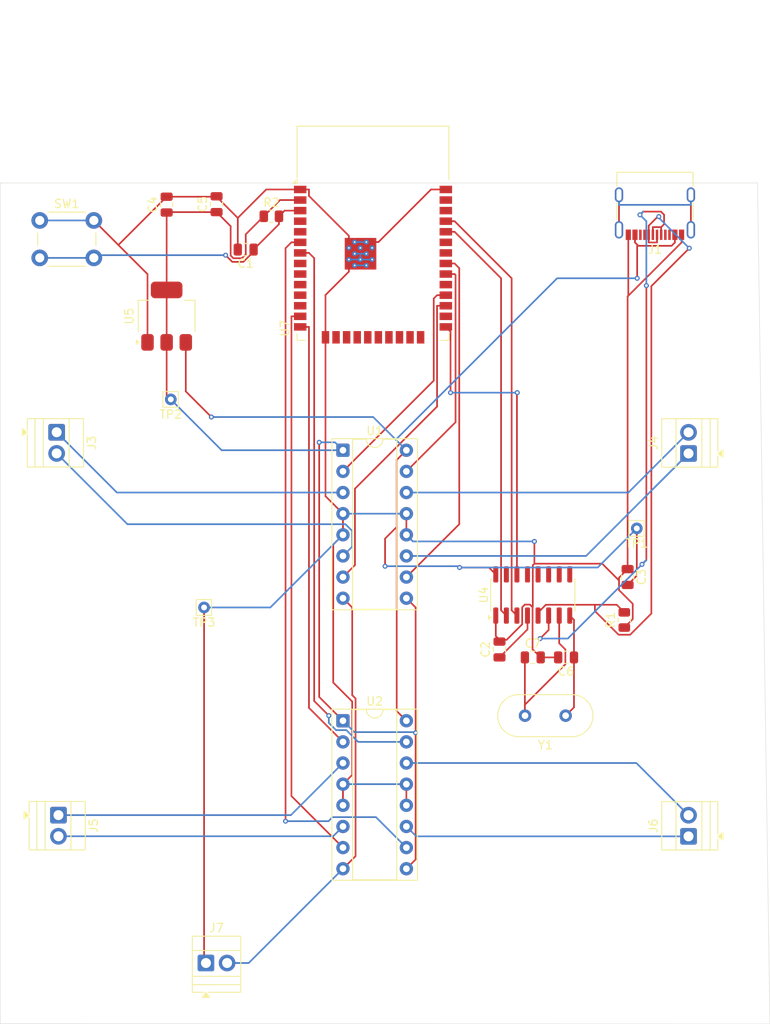
<source format=kicad_pcb>
(kicad_pcb (version 20241229) (generator "pcbnew") (generator_version "9.0")
  (layers (0 "F.Cu" signal) (2 "B.Cu" signal) (13 "F.Paste" user) (15 "B.Paste" user) (5 "F.SilkS" user "F.Silkscreen") (7 "B.SilkS" user "B.Silkscreen") (1 "F.Mask" user) (3 "B.Mask" user) (25 "Edge.Cuts" user))
  (net 0 "")
  (net 2 "GND")
  (net 3 "+5V")
  (net 4 "unconnected-(J1-SHIELD-PadS1)")
  (net 5 "Net-(U4-UD+)")
  (net 6 "Net-(U4-UD-)")
  (net 10 "MOTOR_POWER")
  (net 11 "MOTOR_B_2_INPUT")
  (net 12 "MOTOR_A_2_INPUT")
  (net 13 "MOTOR_B_1_INPUT")
  (net 14 "Net-(J3-Pin_2)")
  (net 15 "Net-(J3-Pin_1)")
  (net 16 "Net-(J4-Pin_1)")
  (net 17 "+3.3V")
  (net 18 "Net-(J4-Pin_2)")
  (net 19 "MOTOR_A_1_INPUT")
  (net 20 "Net-(J5-Pin_1)")
  (net 21 "MOTOR_C_1_INPUT")
  (net 22 "MOTOR_D_1_INPUT")
  (net 23 "Net-(J5-Pin_2)")
  (net 24 "Net-(J6-Pin_2)")
  (net 25 "Net-(J6-Pin_1)")
  (net 26 "Net-(U4-XO)")
  (net 27 "Net-(U4-XI)")
  (net 28 "Net-(U4-V3)")
  (net 29 "MOTOR_D_2_INPUT")
  (net 30 "MOTOR_C_2_INPUT")
  (net 31 "Net-(U4-RXD)")
  (net 32 "Net-(U4-~{RTS})")
  (net 34 "Net-(U4-TXD)")
  (net 39 "Net-(U7-EN)")
  (footprint "Connector_Pin:Pin_D0.7mm_L6.5mm_W1.8mm_FlatFork" (layer "F.Cu") (at 133 97.5)
    (property "Reference" "TP3")
    (property "Value" "TestPoint")
  )
  (footprint "Connector_Pin:Pin_D0.7mm_L6.5mm_W1.8mm_FlatFork" (layer "F.Cu") (at 129 72.5)
    (property "Reference" "TP2")
    (property "Value" "TestPoint")
  )
  (footprint "Crystal:Crystal_HC49-4H_Vertical" (layer "F.Cu") (at 176.45 110.5 180)
    (property "Reference" "Y1")
    (property "Value" "Crystal")
  )
  (footprint "Capacitor_SMD:C_0805_2012Metric" (layer "F.Cu") (at 168.5 102.55 90)
    (property "Reference" "C2")
    (property "Value" "20nF")
  )
  (footprint "Connector_USB:USB_C_Receptacle_G-Switch_GT-USB-7010ASV" (layer "F.Cu") (at 187.18 49 180)
    (property "Reference" "J1")
    (property "Value" "USB_C_Receptacle_USB2.0_16P")
  )
  (footprint "Button_Switch_THT:SW_PUSH_6mm_H4.3mm" (layer "F.Cu") (at 113.25 51)
    (property "Reference" "SW1")
    (property "Value" "RST")
  )
  (footprint "Capacitor_SMD:C_0805_2012Metric" (layer "F.Cu") (at 172.5 103.5)
    (property "Reference" "C7")
    (property "Value" "22p")
  )
  (footprint "TerminalBlock:TerminalBlock_Xinya_XY308-2.54-2P_1x02_P2.54mm_Horizontal" (layer "F.Cu") (at 191.2175 79 90)
    (property "Reference" "J4")
    (property "Value" "MOTOR_B_OUTPUT")
  )
  (footprint "TerminalBlock:TerminalBlock_Xinya_XY308-2.54-2P_1x02_P2.54mm_Horizontal" (layer "F.Cu") (at 115.5 122.45 -90)
    (property "Reference" "J5")
    (property "Value" "MOTOR_C_OUTPUT")
  )
  (footprint "Capacitor_SMD:C_0805_2012Metric" (layer "F.Cu") (at 128.5 49.1 90)
    (property "Reference" "C4")
    (property "Value" "1uF")
  )
  (footprint "Capacitor_SMD:C_0805_2012Metric" (layer "F.Cu") (at 138 54.5 180)
    (property "Reference" "C1")
    (property "Value" "0.1uF")
  )
  (footprint "TerminalBlock:TerminalBlock_Xinya_XY308-2.54-2P_1x02_P2.54mm_Horizontal" (layer "F.Cu") (at 133.225 140.2175)
    (property "Reference" "J7")
    (property "Value" "MOTOR_POWER")
  )
  (footprint "TerminalBlock:TerminalBlock_Xinya_XY308-2.54-2P_1x02_P2.54mm_Horizontal" (layer "F.Cu") (at 191.2175 125 90)
    (property "Reference" "J6")
    (property "Value" "MOTOR_D_OUTPUT")
  )
  (footprint "Package_SO:SOIC-16_3.9x9.9mm_P1.27mm" (layer "F.Cu") (at 172.5 96 90)
    (property "Reference" "U4")
    (property "Value" "CH340G")
  )
  (footprint "Package_TO_SOT_SMD:SOT-223-3_TabPin2" (layer "F.Cu") (at 128.5 62.5 90)
    (property "Reference" "U5")
    (property "Value" "AMS1117")
  )
  (footprint "Capacitor_SMD:C_0805_2012Metric" (layer "F.Cu") (at 134.5 49.05 90)
    (property "Reference" "C5")
    (property "Value" "10uF")
  )
  (footprint "Connector_Pin:Pin_D0.7mm_L6.5mm_W1.8mm_FlatFork" (layer "F.Cu") (at 185 88)
    (property "Reference" "TP1")
    (property "Value" "TestPoint")
  )
  (footprint "Resistor_SMD:R_0805_2012Metric" (layer "F.Cu") (at 141.0875 50.5)
    (property "Reference" "R2")
    (property "Value" "10k")
  )
  (footprint "TerminalBlock:TerminalBlock_Xinya_XY308-2.54-2P_1x02_P2.54mm_Horizontal" (layer "F.Cu") (at 115.2825 76.45 -90)
    (property "Reference" "J3")
    (property "Value" "MOTOR_A_OUTPUT")
  )
  (footprint "Capacitor_SMD:C_0805_2012Metric" (layer "F.Cu") (at 176.5 103.5 180)
    (property "Reference" "C6")
    (property "Value" "22p")
  )
  (footprint "Package_DIP:DIP-16_W7.62mm_Socket" (layer "F.Cu") (at 149.69 78.61)
    (property "Reference" "U1")
    (property "Value" "L293D")
  )
  (footprint "Package_DIP:DIP-16_W7.62mm_Socket" (layer "F.Cu") (at 149.69 111.11)
    (property "Reference" "U2")
    (property "Value" "L293D")
  )
  (footprint "Resistor_SMD:R_0805_2012Metric" (layer "F.Cu") (at 183.5 99 90)
    (property "Reference" "R1")
    (property "Value" "1k5")
  )
  (footprint "RF_Module:ESP32-WROOM-32D" (layer "F.Cu") (at 153.3 55.53)
    (property "Reference" "U7")
    (property "Value" "ESP32-WROOM-32E")
  )
  (footprint "Capacitor_SMD:C_0805_2012Metric" (layer "F.Cu") (at 183.895 93.84 -90)
    (property "Reference" "C3")
    (property "Value" "0.1uF")
  )
  (gr_line (start 199.507389 46.5) (end 201.000291 147.519703) (stroke (width 0.05)) (layer "Edge.Cuts"))
  (gr_line (start 108.5 46.5) (end 199.5 46.5) (stroke (width 0.05)) (layer "Edge.Cuts"))
  (gr_line (start 108.5 147.5) (end 108.5 46.5) (stroke (width 0.05)) (layer "Edge.Cuts"))
  (gr_line (start 201.000291 147.519703) (end 108.5 147.5) (stroke (width 0.05)) (layer "Edge.Cuts"))
  (segment (start 151.775 54.3) (end 151.8 54.275) (width 0.2) (layer "F.Cu") (net 2))
  (segment (start 183.98 60.0467) (end 183.895 60.1317) (width 0.2) (layer "F.Cu") (net 2))
  (segment (start 184.511 97.0614) (end 182.865 95.4153) (width 0.2) (layer "F.Cu") (net 2))
  (segment (start 137.05 50.7) (end 140.47 47.28) (width 0.2) (layer "F.Cu") (net 2))
  (segment (start 119.75 51) (end 122.7 53.95) (width 0.2) (layer "F.Cu") (net 2))
  (segment (start 148.52 89.9398) (end 149.69 88.77) (width 0.2) (layer "F.Cu") (net 2))
  (segment (start 169.369 101.378) (end 171.23 99.5164) (width 0.2) (layer "F.Cu") (net 2))
  (segment (start 147.59 59.9617) (end 147.59 65.04) (width 0.2) (layer "F.Cu") (net 2))
  (segment (start 145.602 47.28) (end 144.55 47.28) (width 0.2) (layer "F.Cu") (net 2))
  (segment (start 157.31 118.73) (end 157.31 121.27) (width 0.2) (layer "F.Cu") (net 2))
  (segment (start 149.69 86.23) (end 147.59 84.13) (width 0.2) (layer "F.Cu") (net 2))
  (segment (start 171.23 99.5164) (end 171.23 97.4742) (width 0.2) (layer "F.Cu") (net 2))
  (segment (start 149.69 88.77) (end 149.69 86.23) (width 0.2) (layer "F.Cu") (net 2))
  (segment (start 182.865 95.4153) (end 182.865 94.2594) (width 0.2) (layer "F.Cu") (net 2))
  (segment (start 171.549 97.1549) (end 172.16 97.1549) (width 0.2) (layer "F.Cu") (net 2))
  (segment (start 153.2 53.9759) (end 153.2 54.3) (width 0.2) (layer "F.Cu") (net 2))
  (segment (start 133.2248 140.2177) (end 133 139.992) (width 0.2) (layer "F.Cu") (net 2))
  (segment (start 172.5 97.3994) (end 172.5 92.4321) (width 0.2) (layer "F.Cu") (net 2))
  (segment (start 153.576 53.6) (end 153.952 53.6) (width 0.2) (layer "F.Cu") (net 2))
  (segment (start 172.473 97.4676) (end 172.473 102.523) (width 0.2) (layer "F.Cu") (net 2))
  (segment (start 151.8 54.275) (end 151.8 53.6) (width 0.2) (layer "F.Cu") (net 2))
  (segment (start 182.865 93.9201) (end 183.895 92.89) (width 0.2) (layer "F.Cu") (net 2))
  (segment (start 160.272 47.28) (end 162.05 47.28) (width 0.2) (layer "F.Cu") (net 2))
  (segment (start 172.473 102.523) (end 173.45 103.5) (width 0.2) (layer "F.Cu") (net 2))
  (segment (start 148.52 106.521) (end 148.52 89.9398) (width 0.2) (layer "F.Cu") (net 2))
  (segment (start 150.4 53.6) (end 150.4 52.8483) (width 0.2) (layer "F.Cu") (net 2))
  (segment (start 145.602 48.05) (end 145.602 47.28) (width 0.2) (layer "F.Cu") (net 2))
  (segment (start 157.31 86.23) (end 157.31 88.77) (width 0.2) (layer "F.Cu") (net 2))
  (segment (start 137.05 50.7) (end 134.5 48.15) (width 0.2) (layer "F.Cu") (net 2))
  (segment (start 122.7 53.95) (end 128.5 48.15) (width 0.2) (layer "F.Cu") (net 2))
  (segment (start 153.2 53.6) (end 153.576 53.6) (width 0.2) (layer "F.Cu") (net 2))
  (segment (start 137.05 54.5) (end 137.05 50.7) (width 0.2) (layer "F.Cu") (net 2))
  (segment (start 172.4524 97.447) (end 172.473 97.4676) (width 0.2) (layer "F.Cu") (net 2))
  (segment (start 153.2 55) (end 153.2 54.3) (width 0.2) (layer "F.Cu") (net 2))
  (segment (start 149.69 121.27) (end 149.69 118.73) (width 0.2) (layer "F.Cu") (net 2))
  (segment (start 134.5 48.15) (end 134.5 48.1) (width 0.2) (layer "F.Cu") (net 2))
  (segment (start 168.5 101.378) (end 168.055 100.932) (width 0.2) (layer "F.Cu") (net 2))
  (segment (start 151.775 54.3) (end 151.8 54.325) (width 0.2) (layer "F.Cu") (net 2))
  (segment (start 133.225 140.2175) (end 133.2248 140.2177) (width 0.2) (layer "F.Cu") (net 2))
  (segment (start 153.2 55.7) (end 153.2 55) (width 0.2) (layer "F.Cu") (net 2))
  (segment (start 151.775 55.7) (end 151.8 55.725) (width 0.2) (layer "F.Cu") (net 2))
  (segment (start 151.775 55.025) (end 151.775 55.7) (width 0.2) (layer "F.Cu") (net 2))
  (segment (start 150.4 53.6) (end 150.4 54.3) (width 0.2) (layer "F.Cu") (net 2))
  (segment (start 172.6936 92.2385) (end 172.6936 89.5665) (width 0.2) (layer "F.Cu") (net 2))
  (segment (start 150.4 55) (end 150.4 54.3) (width 0.2) (layer "F.Cu") (net 2))
  (segment (start 147.59 84.13) (end 147.59 65.04) (width 0.2) (layer "F.Cu") (net 2))
  (segment (start 190.38 53.6467) (end 183.98 60.0467) (width 0.2) (layer "F.Cu") (net 2))
  (segment (start 150.802 117.618) (end 150.802 108.802) (width 0.2) (layer "F.Cu") (net 2))
  (segment (start 134.5 48.15) (end 128.5 48.15) (width 0.2) (layer "F.Cu") (net 2))
  (segment (start 168.055 100.932) (end 168.055 98.475) (width 0.2) (layer "F.Cu") (net 2))
  (segment (start 182.865 94.2594) (end 182.865 93.9201) (width 0.2) (layer "F.Cu") (net 2))
  (segment (start 150.4 55.7) (end 150.4 55) (width 0.2) (layer "F.Cu") (net 2))
  (segment (start 151.1 53.6) (end 151.1 55) (width 0.2) (layer "F.Cu") (net 2))
  (segment (start 150.4 55.7) (end 150.4 56.4) (width 0.2) (layer "F.Cu") (net 2))
  (segment (start 183.98 52.725) (end 183.98 60.0467) (width 0.2) (layer "F.Cu") (net 2))
  (segment (start 126.2 57.45) (end 122.7 53.95) (width 0.2) (layer "F.Cu") (net 2))
  (segment (start 153.952 53.6) (end 160.272 47.28) (width 0.2) (layer "F.Cu") (net 2))
  (segment (start 183.5 99.9125) (end 184.511 98.9015) (width 0.2) (layer "F.Cu") (net 2))
  (segment (start 140.47 47.28) (end 144.55 47.28) (width 0.2) (layer "F.Cu") (net 2))
  (segment (start 151.8 55) (end 151.775 55.025) (width 0.2) (layer "F.Cu") (net 2))
  (segment (start 150.4 56.4) (end 150.4 57.1517) (width 0.2) (layer "F.Cu") (net 2))
  (segment (start 151.8 54.325) (end 151.8 55) (width 0.2) (layer "F.Cu") (net 2))
  (segment (start 150.802 108.802) (end 148.52 106.521) (width 0.2) (layer "F.Cu") (net 2))
  (segment (start 153.576 53.6) (end 153.2 53.9759) (width 0.2) (layer "F.Cu") (net 2))
  (segment (start 149.69 118.73) (end 150.802 117.618) (width 0.2) (layer "F.Cu") (net 2))
  (segment (start 151.8 55.725) (end 151.8 56.4) (width 0.2) (layer "F.Cu") (net 2))
  (segment (start 183.895 60.1317) (end 183.895 92.89) (width 0.2) (layer "F.Cu") (net 2))
  (segment (start 182.865 94.2594) (end 180.8441 92.2385) (width 0.2) (layer "F.Cu") (net 2))
  (segment (start 152.5 56.4) (end 152.5 55) (width 0.2) (layer "F.Cu") (net 2))
  (segment (start 153.2 56.4) (end 153.2 55.7) (width 0.2) (layer "F.Cu") (net 2))
  (segment (start 172.16 97.1549) (end 172.4524 97.447) (width 0.2) (layer "F.Cu") (net 2))
  (segment (start 173.45 103.5) (end 175.55 103.5) (width 0.2) (layer "F.Cu") (net 2))
  (segment (start 184.511 98.9015) (end 184.511 97.0614) (width 0.2) (layer "F.Cu") (net 2))
  (segment (start 150.4 52.8483) (end 145.602 48.05) (width 0.2) (layer "F.Cu") (net 2))
  (segment (start 172.5 92.4321) (end 172.6936 92.2385) (width 0.2) (layer "F.Cu") (net 2))
  (segment (start 190.38 52.725) (end 190.38 53.6467) (width 0.2) (layer "F.Cu") (net 2))
  (segment (start 133.225 140.218) (end 133.2248 140.2177) (width 0.2) (layer "F.Cu") (net 2))
  (segment (start 126.2 65.65) (end 126.2 57.45) (width 0.2) (layer "F.Cu") (net 2))
  (segment (start 133 139.992) (end 133 97.5) (width 0.2) (layer "F.Cu") (net 2))
  (segment (start 168.5 101.378) (end 169.369 101.378) (width 0.2) (layer "F.Cu") (net 2))
  (segment (start 180.8441 92.2385) (end 172.6936 92.2385) (width 0.2) (layer "F.Cu") (net 2))
  (segment (start 150.4 57.1517) (end 147.59 59.9617) (width 0.2) (layer "F.Cu") (net 2))
  (segment (start 172.4524 97.447) (end 172.5 97.3994) (width 0.2) (layer "F.Cu") (net 2))
  (segment (start 168.5 101.6) (end 168.5 101.378) (width 0.2) (layer "F.Cu") (net 2))
  (segment (start 171.23 97.4742) (end 171.549 97.1549) (width 0.2) (layer "F.Cu") (net 2))
  (via (at 172.6936 89.5665) (size 0.6) (drill 0.3) (layers "F.Cu" "B.Cu") (net 2))
  (segment (start 152.5 56.4) (end 151.1 56.4) (width 0.2) (layer "B.Cu") (net 2))
  (segment (start 133 97.5) (end 140.96 97.5) (width 0.2) (layer "B.Cu") (net 2))
  (segment (start 140.96 97.5) (end 149.69 88.77) (width 0.2) (layer "B.Cu") (net 2))
  (segment (start 158.1065 89.5665) (end 157.31 88.77) (width 0.2) (layer "B.Cu") (net 2))
  (segment (start 151.1 55) (end 151.775 55) (width 0.2) (layer "B.Cu") (net 2))
  (segment (start 151.775 55) (end 151.775 55.7) (width 0.2) (layer "B.Cu") (net 2))
  (segment (start 172.6936 89.5665) (end 158.1065 89.5665) (width 0.2) (layer "B.Cu") (net 2))
  (segment (start 149.69 118.73) (end 157.31 118.73) (width 0.2) (layer "B.Cu") (net 2))
  (segment (start 149.69 86.23) (end 157.31 86.23) (width 0.2) (layer "B.Cu") (net 2))
  (segment (start 151.775 55.7) (end 153.2 55.7) (width 0.2) (layer "B.Cu") (net 2))
  (segment (start 150.4 55.7) (end 151.775 55.7) (width 0.2) (layer "B.Cu") (net 2))
  (segment (start 151.1 53.6) (end 152.5 53.6) (width 0.2) (layer "B.Cu") (net 2))
  (segment (start 119.75 51) (end 113.25 51) (width 0.2) (layer "B.Cu") (net 2))
  (segment (start 151.775 55) (end 152.5 55) (width 0.2) (layer "B.Cu") (net 2))
  (segment (start 167.228 92.6981) (end 168.055 93.525) (width 0.2) (layer "F.Cu") (net 3))
  (segment (start 189.58 53.6467) (end 189.58 52.725) (width 0.2) (layer "F.Cu") (net 3))
  (segment (start 154.7512 89.2233) (end 154.7512 92.5436) (width 0.2) (layer "F.Cu") (net 3))
  (segment (start 185.0811 54.0469) (end 185.0437 54.0843) (width 0.2) (layer "F.Cu") (net 3))
  (segment (start 130.8 71.5407) (end 133.8794 74.6201) (width 0.2) (layer "F.Cu") (net 3))
  (segment (start 185.0437 54.0843) (end 185.0437 57.9494) (width 0.2) (layer "F.Cu") (net 3))
  (segment (start 157.31 78.61) (end 156.146 79.774) (width 0.2) (layer "F.Cu") (net 3))
  (segment (start 185.0811 53.9476) (end 185.182 54.0484) (width 0.2) (layer "F.Cu") (net 3))
  (segment (start 156.146 79.774) (end 156.146 87.8285) (width 0.2) (layer "F.Cu") (net 3))
  (segment (start 130.8 65.65) (end 130.8 71.5407) (width 0.2) (layer "F.Cu") (net 3))
  (segment (start 163.705 92.6981) (end 167.228 92.6981) (width 0.2) (layer "F.Cu") (net 3))
  (segment (start 189.178 54.0484) (end 189.58 53.6467) (width 0.2) (layer "F.Cu") (net 3))
  (segment (start 185 93.685) (end 185 88) (width 0.2) (layer "F.Cu") (net 3))
  (segment (start 156.146 87.8285) (end 154.7512 89.2233) (width 0.2) (layer "F.Cu") (net 3))
  (segment (start 184.78 52.725) (end 184.78 53.6467) (width 0.2) (layer "F.Cu") (net 3))
  (segment (start 184.78 53.6467) (end 185.0811 53.9476) (width 0.2) (layer "F.Cu") (net 3))
  (segment (start 185.182 54.0484) (end 189.178 54.0484) (width 0.2) (layer "F.Cu") (net 3))
  (segment (start 185.0811 53.9476) (end 185.0811 54.0469) (width 0.2) (layer "F.Cu") (net 3))
  (segment (start 156.146 87.8285) (end 156.146 109.946) (width 0.2) (layer "F.Cu") (net 3))
  (segment (start 183.895 94.79) (end 185 93.685) (width 0.2) (layer "F.Cu") (net 3))
  (segment (start 156.146 109.946) (end 157.31 111.11) (width 0.2) (layer "F.Cu") (net 3))
  (via (at 163.705 92.6981) (size 0.6) (drill 0.3) (layers "F.Cu" "B.Cu") (net 3))
  (via (at 133.8794 74.6201) (size 0.6) (drill 0.3) (layers "F.Cu" "B.Cu") (net 3))
  (via (at 185.0437 57.9494) (size 0.6) (drill 0.3) (layers "F.Cu" "B.Cu") (net 3))
  (via (at 154.7512 92.5436) (size 0.6) (drill 0.3) (layers "F.Cu" "B.Cu") (net 3))
  (segment (start 133.8794 74.6201) (end 153.3201 74.6201) (width 0.2) (layer "B.Cu") (net 3))
  (segment (start 154.7512 92.5436) (end 163.5505 92.5436) (width 0.2) (layer "B.Cu") (net 3))
  (segment (start 156.0384 77.3384) (end 157.31 78.61) (width 0.2) (layer "B.Cu") (net 3))
  (segment (start 175.4274 57.9494) (end 156.0384 77.3384) (width 0.2) (layer "B.Cu") (net 3))
  (segment (start 185.0437 57.9494) (end 175.4274 57.9494) (width 0.2) (layer "B.Cu") (net 3))
  (segment (start 185 88) (end 180.302 92.6981) (width 0.2) (layer "B.Cu") (net 3))
  (segment (start 180.302 92.6981) (end 163.705 92.6981) (width 0.2) (layer "B.Cu") (net 3))
  (segment (start 153.3201 74.6201) (end 156.0384 77.3384) (width 0.2) (layer "B.Cu") (net 3))
  (segment (start 163.5505 92.5436) (end 163.705 92.6981) (width 0.2) (layer "B.Cu") (net 3))
  (segment (start 191.5 47.925) (end 191.5 52.125) (width 0.2) (layer "F.Cu") (net 4))
  (segment (start 182.86 47.925) (end 182.86 52.125) (width 0.2) (layer "F.Cu") (net 4))
  (segment (start 182.86 47.925) (end 182.86 49.1267) (width 0.2) (layer "B.Cu") (net 4))
  (segment (start 182.86 49.1267) (end 191.5 49.1267) (width 0.2) (layer "B.Cu") (net 4))
  (segment (start 191.5 49.1267) (end 191.5 47.925) (width 0.2) (layer "B.Cu") (net 4))
  (segment (start 179.9653 97.1725) (end 182.585 97.1725) (width 0.2) (layer "F.Cu") (net 5))
  (segment (start 179.9653 97.1725) (end 179.9653 97.9284) (width 0.2) (layer "F.Cu") (net 5))
  (segment (start 186.7504 58.8926) (end 191.3056 54.3374) (width 0.2) (layer "F.Cu") (net 5))
  (segment (start 186.43 51.6338) (end 186.43 52.725) (width 0.2) (layer "F.Cu") (net 5))
  (segment (start 182.585 97.1725) (end 183.5 98.0875) (width 0.2) (layer "F.Cu") (net 5))
  (segment (start 187.5227 50.5411) (end 186.43 51.6338) (width 0.2) (layer "F.Cu") (net 5))
  (segment (start 182.8113 100.7744) (end 184.2033 100.7744) (width 0.2) (layer "F.Cu") (net 5))
  (segment (start 173.135 98.1132) (end 174.076 97.1725) (width 0.2) (layer "F.Cu") (net 5))
  (segment (start 186.43 52.725) (end 186.43 53.6467) (width 0.2) (layer "F.Cu") (net 5))
  (segment (start 173.135 98.475) (end 173.135 98.1132) (width 0.2) (layer "F.Cu") (net 5))
  (segment (start 186.7504 98.2273) (end 186.7504 58.8926) (width 0.2) (layer "F.Cu") (net 5))
  (segment (start 186.43 53.6467) (end 187.43 53.6467) (width 0.2) (layer "F.Cu") (net 5))
  (segment (start 187.43 53.6467) (end 187.43 52.725) (width 0.2) (layer "F.Cu") (net 5))
  (segment (start 187.6456 50.5411) (end 187.5227 50.5411) (width 0.2) (layer "F.Cu") (net 5))
  (segment (start 187.6456 50.6774) (end 187.6456 50.5411) (width 0.2) (layer "F.Cu") (net 5))
  (segment (start 187.6456 50.5411) (end 187.6456 50.6774) (width 0.2) (layer "F.Cu") (net 5))
  (segment (start 179.9653 97.9284) (end 182.8113 100.7744) (width 0.2) (layer "F.Cu") (net 5))
  (segment (start 184.2033 100.7744) (end 186.7504 98.2273) (width 0.2) (layer "F.Cu") (net 5))
  (segment (start 174.076 97.1725) (end 179.9653 97.1725) (width 0.2) (layer "F.Cu") (net 5))
  (via (at 191.3056 54.3374) (size 0.6) (drill 0.3) (layers "F.Cu" "B.Cu") (net 5))
  (via (at 187.6456 50.5411) (size 0.6) (drill 0.3) (layers "F.Cu" "B.Cu") (net 5))
  (segment (start 187.6456 50.6774) (end 187.6456 50.5411) (width 0.2) (layer "B.Cu") (net 5))
  (segment (start 191.3056 54.3374) (end 187.6456 50.6774) (width 0.2) (layer "B.Cu") (net 5))
  (segment (start 187.6456 50.6774) (end 187.6456 50.5411) (width 0.2) (layer "B.Cu") (net 5))
  (segment (start 187.6456 50.5411) (end 187.6456 50.6774) (width 0.2) (layer "B.Cu") (net 5))
  (segment (start 185.6252 92.32) (end 186.1487 91.7965) (width 0.2) (layer "F.Cu") (net 6))
  (segment (start 174.405 100.2099) (end 173.3809 101.234) (width 0.2) (layer "F.Cu") (net 6))
  (segment (start 185.7712 49.9393) (end 185.3814 50.3291) (width 0.2) (layer "F.Cu") (net 6))
  (segment (start 185.7712 49.9393) (end 185.3814 50.3291) (width 0.2) (layer "F.Cu") (net 6))
  (segment (start 186.93 51.8033) (end 187.93 51.8033) (width 0.2) (layer "F.Cu") (net 6))
  (segment (start 186.1487 58.8291) (end 186.1487 58.7775) (width 0.2) (layer "F.Cu") (net 6))
  (segment (start 188.2801 50.3155) (end 187.9039 49.9393) (width 0.2) (layer "F.Cu") (net 6))
  (segment (start 187.9039 49.9393) (end 185.7712 49.9393) (width 0.2) (layer "F.Cu") (net 6))
  (segment (start 186.1487 58.7775) (end 186.1487 58.8291) (width 0.2) (layer "F.Cu") (net 6))
  (segment (start 186.93 52.725) (end 186.93 51.8033) (width 0.2) (layer "F.Cu") (net 6))
  (segment (start 187.93 51.8033) (end 187.93 52.725) (width 0.2) (layer "F.Cu") (net 6))
  (segment (start 186.1487 58.8291) (end 186.1487 91.7965) (width 0.2) (layer "F.Cu") (net 6))
  (segment (start 186.1487 91.7965) (end 185.6252 92.32) (width 0.2) (layer "F.Cu") (net 6))
  (segment (start 188.2801 51.4532) (end 188.2801 50.3155) (width 0.2) (layer "F.Cu") (net 6))
  (segment (start 174.405 98.475) (end 174.405 100.2099) (width 0.2) (layer "F.Cu") (net 6))
  (segment (start 185.3814 50.3291) (end 185.7712 49.9393) (width 0.2) (layer "F.Cu") (net 6))
  (segment (start 186.1487 91.7965) (end 185.6252 92.32) (width 0.2) (layer "F.Cu") (net 6))
  (segment (start 187.93 51.8033) (end 188.2801 51.4532) (width 0.2) (layer "F.Cu") (net 6))
  (via (at 173.3809 101.234) (size 0.6) (drill 0.3) (layers "F.Cu" "B.Cu") (net 6))
  (via (at 186.1487 58.8291) (size 0.6) (drill 0.3) (layers "F.Cu" "B.Cu") (net 6))
  (via (at 185.3814 50.3291) (size 0.6) (drill 0.3) (layers "F.Cu" "B.Cu") (net 6))
  (via (at 185.6252 92.32) (size 0.6) (drill 0.3) (layers "F.Cu" "B.Cu") (net 6))
  (segment (start 185.7712 49.9393) (end 185.3814 50.3291) (width 0.2) (layer "B.Cu") (net 6))
  (segment (start 185.3814 50.3291) (end 185.7712 49.9393) (width 0.2) (layer "B.Cu") (net 6))
  (segment (start 186.1487 51.0964) (end 186.1487 58.8291) (width 0.2) (layer "B.Cu") (net 6))
  (segment (start 186.1487 58.7775) (end 186.1487 58.8291) (width 0.2) (layer "B.Cu") (net 6))
  (segment (start 186.1487 91.7965) (end 185.6252 92.32) (width 0.2) (layer "B.Cu") (net 6))
  (segment (start 185.6252 92.32) (end 186.1487 91.7965) (width 0.2) (layer "B.Cu") (net 6))
  (segment (start 185.3814 50.3291) (end 186.1487 51.0964) (width 0.2) (layer "B.Cu") (net 6))
  (segment (start 176.7112 101.234) (end 185.6252 92.32) (width 0.2) (layer "B.Cu") (net 6))
  (segment (start 186.1487 58.8291) (end 186.1487 58.7775) (width 0.2) (layer "B.Cu") (net 6))
  (segment (start 173.3809 101.234) (end 176.7112 101.234) (width 0.2) (layer "B.Cu") (net 6))
  (segment (start 149.69 128.89) (end 151.203 127.377) (width 0.2) (layer "F.Cu") (net 10))
  (segment (start 151.203 127.377) (end 151.203 108.436) (width 0.2) (layer "F.Cu") (net 10))
  (segment (start 151.203 108.436) (end 150.968 108.2) (width 0.2) (layer "F.Cu") (net 10))
  (segment (start 150.968 108.2) (end 150.803 108.035) (width 0.2) (layer "F.Cu") (net 10))
  (segment (start 150.968 108.2) (end 150.803 108.035) (width 0.2) (layer "F.Cu") (net 10))
  (segment (start 150.803 97.5032) (end 149.69 96.39) (width 0.2) (layer "F.Cu") (net 10))
  (segment (start 150.803 108.035) (end 150.803 97.5032) (width 0.2) (layer "F.Cu") (net 10))
  (segment (start 137.0635 140.218) (end 138.362 140.218) (width 0.2) (layer "B.Cu") (net 10))
  (segment (start 138.362 140.218) (end 149.69 128.89) (width 0.2) (layer "B.Cu") (net 10))
  (segment (start 135.7655 140.218) (end 135.765 140.2175) (width 0.2) (layer "B.Cu") (net 10))
  (segment (start 135.765 140.218) (end 137.0635 140.218) (width 0.2) (layer "B.Cu") (net 10))
  (segment (start 137.0635 140.218) (end 135.7655 140.218) (width 0.2) (layer "B.Cu") (net 10))
  (segment (start 163.218 75.2419) (end 163.218 57.5564) (width 0.2) (layer "F.Cu") (net 11))
  (segment (start 157.31 81.15) (end 163.218 75.2419) (width 0.2) (layer "F.Cu") (net 11))
  (segment (start 163.102 57.44) (end 162.05 57.44) (width 0.2) (layer "F.Cu") (net 11))
  (segment (start 163.218 57.5564) (end 163.102 57.44) (width 0.2) (layer "F.Cu") (net 11))
  (segment (start 160.998 61.25) (end 160.998 73.3637) (width 0.2) (layer "F.Cu") (net 12))
  (segment (start 151.13 92.4102) (end 149.69 93.85) (width 0.2) (layer "F.Cu") (net 12))
  (segment (start 151.13 83.2322) (end 151.13 92.4102) (width 0.2) (layer "F.Cu") (net 12))
  (segment (start 162.05 61.25) (end 160.998 61.25) (width 0.2) (layer "F.Cu") (net 12))
  (segment (start 160.998 73.3637) (end 151.13 83.2322) (width 0.2) (layer "F.Cu") (net 12))
  (segment (start 157.31 93.85) (end 163.6656 87.4944) (width 0.2) (layer "F.Cu") (net 13))
  (segment (start 163.6656 56.7339) (end 163.1017 56.17) (width 0.2) (layer "F.Cu") (net 13))
  (segment (start 163.6656 87.4944) (end 163.6656 56.7339) (width 0.2) (layer "F.Cu") (net 13))
  (segment (start 162.05 56.17) (end 163.1017 56.17) (width 0.2) (layer "F.Cu") (net 13))
  (segment (start 149.997 87.5) (end 123.792 87.5) (width 0.2) (layer "B.Cu") (net 14))
  (segment (start 123.792 87.5) (end 115.2823 78.9902) (width 0.2) (layer "B.Cu") (net 14))
  (segment (start 149.69 91.31) (end 150.796 90.2044) (width 0.2) (layer "B.Cu") (net 14))
  (segment (start 115.2823 78.9902) (end 115.282 78.99) (width 0.2) (layer "B.Cu") (net 14))
  (segment (start 115.2825 78.99) (end 115.2823 78.9902) (width 0.2) (layer "B.Cu") (net 14))
  (segment (start 150.796 88.2989) (end 149.997 87.5) (width 0.2) (layer "B.Cu") (net 14))
  (segment (start 150.796 90.2044) (end 150.796 88.2989) (width 0.2) (layer "B.Cu") (net 14))
  (segment (start 149.69 83.69) (end 122.522 83.69) (width 0.2) (layer "B.Cu") (net 15))
  (segment (start 116.002 77.17) (end 115.282 76.45) (width 0.2) (layer "B.Cu") (net 15))
  (segment (start 116.002 77.17) (end 115.2825 76.4505) (width 0.2) (layer "B.Cu") (net 15))
  (segment (start 122.522 83.69) (end 116.002 77.17) (width 0.2) (layer "B.Cu") (net 15))
  (segment (start 115.2825 76.4505) (end 115.2825 76.45) (width 0.2) (layer "B.Cu") (net 15))
  (segment (start 187.118 83.1) (end 178.908 91.31) (width 0.2) (layer "B.Cu") (net 16))
  (segment (start 191.218 79) (end 187.118 83.1) (width 0.2) (layer "B.Cu") (net 16))
  (segment (start 187.118 83.1) (end 191.2175 79.0005) (width 0.2) (layer "B.Cu") (net 16))
  (segment (start 191.2175 79.0005) (end 191.2175 79) (width 0.2) (layer "B.Cu") (net 16))
  (segment (start 178.908 91.31) (end 157.31 91.31) (width 0.2) (layer "B.Cu") (net 16))
  (segment (start 146.832 108.252) (end 146.832 77.6581) (width 0.2) (layer "F.Cu") (net 17))
  (segment (start 137.542 55.5446) (end 136.524 55.5446) (width 0.2) (layer "F.Cu") (net 17))
  (segment (start 128.55 50) (end 128.5 50.05) (width 0.2) (layer "F.Cu") (net 17))
  (segment (start 157.31 128.89) (end 158.42 127.78) (width 0.2) (layer "F.Cu") (net 17))
  (segment (start 134.5 50) (end 128.55 50) (width 0.2) (layer "F.Cu") (net 17))
  (segment (start 128.5 65.65) (end 128.5 59.35) (width 0.2) (layer "F.Cu") (net 17))
  (segment (start 138.006 55.0809) (end 137.542 55.5446) (width 0.2) (layer "F.Cu") (net 17))
  (segment (start 158.42 112.556) (end 158.42 97.4995) (width 0.2) (layer "F.Cu") (net 17))
  (segment (start 138.006 52.6689) (end 138.006 55.0809) (width 0.2) (layer "F.Cu") (net 17))
  (segment (start 158.42 97.4995) (end 157.31 96.39) (width 0.2) (layer "F.Cu") (net 17))
  (segment (start 144.55 48.55) (end 142.125 48.55) (width 0.2) (layer "F.Cu") (net 17))
  (segment (start 149.69 111.11) (end 146.832 108.252) (width 0.2) (layer "F.Cu") (net 17))
  (segment (start 128.5 50.05) (end 128.5 59.35) (width 0.2) (layer "F.Cu") (net 17))
  (segment (start 158.42 127.78) (end 158.42 112.556) (width 0.2) (layer "F.Cu") (net 17))
  (segment (start 142.125 48.55) (end 140.175 50.5) (width 0.2) (layer "F.Cu") (net 17))
  (segment (start 136.191 51.6911) (end 134.5 50) (width 0.2) (layer "F.Cu") (net 17))
  (segment (start 136.524 55.5446) (end 136.191 55.2114) (width 0.2) (layer "F.Cu") (net 17))
  (segment (start 129 72.5) (end 128.5 72) (width 0.2) (layer "F.Cu") (net 17))
  (segment (start 140.175 50.5) (end 138.006 52.6689) (width 0.2) (layer "F.Cu") (net 17))
  (segment (start 136.191 55.2114) (end 136.191 51.6911) (width 0.2) (layer "F.Cu") (net 17))
  (segment (start 128.5 72) (end 128.5 65.65) (width 0.2) (layer "F.Cu") (net 17))
  (via (at 158.42 112.556) (size 0.6) (drill 0.3) (layers "F.Cu" "B.Cu") (net 17))
  (via (at 146.832 77.6581) (size 0.6) (drill 0.3) (layers "F.Cu" "B.Cu") (net 17))
  (segment (start 149.69 78.61) (end 135.11 78.61) (width 0.2) (layer "B.Cu") (net 17))
  (segment (start 148.7381 77.6581) (end 149.69 78.61) (width 0.2) (layer "B.Cu") (net 17))
  (segment (start 158.42 112.556) (end 158.34 112.476) (width 0.2) (layer "B.Cu") (net 17))
  (segment (start 135.11 78.61) (end 129 72.5) (width 0.2) (layer "B.Cu") (net 17))
  (segment (start 151.056 112.476) (end 149.69 111.11) (width 0.2) (layer "B.Cu") (net 17))
  (segment (start 158.34 112.476) (end 151.056 112.476) (width 0.2) (layer "B.Cu") (net 17))
  (segment (start 146.832 77.6581) (end 148.7381 77.6581) (width 0.2) (layer "B.Cu") (net 17))
  (segment (start 191.218 76.46) (end 191.2178 76.4602) (width 0.2) (layer "B.Cu") (net 18))
  (segment (start 191.2178 76.4602) (end 183.988 83.69) (width 0.2) (layer "B.Cu") (net 18))
  (segment (start 191.2175 76.46) (end 191.2176 76.46) (width 0.2) (layer "B.Cu") (net 18))
  (segment (start 191.2176 76.46) (end 191.2178 76.4602) (width 0.2) (layer "B.Cu") (net 18))
  (segment (start 183.988 83.69) (end 157.31 83.69) (width 0.2) (layer "B.Cu") (net 18))
  (segment (start 160.597 70.2434) (end 149.69 81.15) (width 0.2) (layer "F.Cu") (net 19))
  (segment (start 162.05 59.98) (end 160.998 59.98) (width 0.2) (layer "F.Cu") (net 19))
  (segment (start 160.998 59.98) (end 160.597 60.3817) (width 0.2) (layer "F.Cu") (net 19))
  (segment (start 160.597 60.3817) (end 160.597 70.2434) (width 0.2) (layer "F.Cu") (net 19))
  (segment (start 115.5 122.45) (end 143.43 122.45) (width 0.2) (layer "B.Cu") (net 20))
  (segment (start 143.43 122.45) (end 149.69 116.19) (width 0.2) (layer "B.Cu") (net 20))
  (segment (start 144.55 63.79) (end 145.602 63.79) (width 0.2) (layer "F.Cu") (net 21))
  (segment (start 145.602 109.562) (end 149.69 113.65) (width 0.2) (layer "F.Cu") (net 21))
  (segment (start 145.602 63.79) (end 145.602 109.562) (width 0.2) (layer "F.Cu") (net 21))
  (segment (start 144.55 53.63) (end 143.4983 53.63) (width 0.2) (layer "F.Cu") (net 22))
  (segment (start 142.7896 54.3387) (end 143.4983 53.63) (width 0.2) (layer "F.Cu") (net 22))
  (segment (start 142.7896 123.1766) (end 142.7896 54.3387) (width 0.2) (layer "F.Cu") (net 22))
  (via (at 142.7896 123.1766) (size 0.6) (drill 0.3) (layers "F.Cu" "B.Cu") (net 22))
  (segment (start 153.6518 122.6918) (end 148.438 122.6918) (width 0.2) (layer "B.Cu") (net 22))
  (segment (start 142.7896 123.1765) (end 142.7896 123.1766) (width 0.2) (layer "B.Cu") (net 22))
  (segment (start 148.438 122.6918) (end 147.9533 123.1765) (width 0.2) (layer "B.Cu") (net 22))
  (segment (start 157.31 126.35) (end 153.6518 122.6918) (width 0.2) (layer "B.Cu") (net 22))
  (segment (start 147.9533 123.1765) (end 142.7896 123.1765) (width 0.2) (layer "B.Cu") (net 22))
  (segment (start 115.5 124.99) (end 148.51 124.99) (width 0.2) (layer "B.Cu") (net 23))
  (segment (start 148.51 124.99) (end 149.69 123.81) (width 0.2) (layer "B.Cu") (net 23))
  (segment (start 190.7583 122.0003) (end 191.2175 122.4595) (width 0.2) (layer "B.Cu") (net 24))
  (segment (start 157.31 116.19) (end 184.948 116.19) (width 0.2) (layer "B.Cu") (net 24))
  (segment (start 190.7583 122.0003) (end 191.218 122.46) (width 0.2) (layer "B.Cu") (net 24))
  (segment (start 184.948 116.19) (end 190.7583 122.0003) (width 0.2) (layer "B.Cu") (net 24))
  (segment (start 191.2175 122.4595) (end 191.2175 122.46) (width 0.2) (layer "B.Cu") (net 24))
  (segment (start 191.218 125) (end 191.2175 125) (width 0.2) (layer "B.Cu") (net 25))
  (segment (start 191.2175 125) (end 158.5 125) (width 0.2) (layer "B.Cu") (net 25))
  (segment (start 158.5 125) (end 157.31 123.81) (width 0.2) (layer "B.Cu") (net 25))
  (segment (start 176.45 110.5) (end 177.45 109.5) (width 0.2) (layer "F.Cu") (net 26))
  (segment (start 177.45 109.5) (end 177.45 103.5) (width 0.2) (layer "F.Cu") (net 26))
  (segment (start 177.45 103.5) (end 177.45 98.98) (width 0.2) (layer "F.Cu") (net 26))
  (segment (start 177.45 98.98) (end 176.945 98.475) (width 0.2) (layer "F.Cu") (net 26))
  (segment (start 175.675 101.8046) (end 175.675 98.475) (width 0.2) (layer "F.Cu") (net 27))
  (segment (start 171.55 109.1856) (end 176.4185 104.3171) (width 0.2) (layer "F.Cu") (net 27))
  (segment (start 171.55 109.1856) (end 171.55 110.48) (width 0.2) (layer "F.Cu") (net 27))
  (segment (start 171.55 103.5) (end 171.55 109.1856) (width 0.2) (layer "F.Cu") (net 27))
  (segment (start 176.4185 102.5481) (end 175.675 101.8046) (width 0.2) (layer "F.Cu") (net 27))
  (segment (start 176.4185 104.3171) (end 176.4185 102.5481) (width 0.2) (layer "F.Cu") (net 27))
  (segment (start 171.55 110.48) (end 171.57 110.5) (width 0.2) (layer "F.Cu") (net 27))
  (segment (start 171.865 100.135) (end 171.865 98.475) (width 0.2) (layer "F.Cu") (net 28))
  (segment (start 168.5 103.5) (end 171.865 100.135) (width 0.2) (layer "F.Cu") (net 28))
  (segment (start 145.6017 54.9) (end 146.2303 55.5286) (width 0.2) (layer "F.Cu") (net 29))
  (segment (start 144.55 54.9) (end 145.6017 54.9) (width 0.2) (layer "F.Cu") (net 29))
  (segment (start 146.2303 108.7374) (end 147.9906 110.4977) (width 0.2) (layer "F.Cu") (net 29))
  (segment (start 146.2303 55.5286) (end 146.2303 108.7374) (width 0.2) (layer "F.Cu") (net 29))
  (via (at 147.9906 110.4977) (size 0.6) (drill 0.3) (layers "F.Cu" "B.Cu") (net 29))
  (segment (start 150.1004 112.2389) (end 151.5115 113.65) (width 0.2) (layer "B.Cu") (net 29))
  (segment (start 147.9906 110.4977) (end 147.9906 111.3654) (width 0.2) (layer "B.Cu") (net 29))
  (segment (start 148.8641 112.2389) (end 150.1004 112.2389) (width 0.2) (layer "B.Cu") (net 29))
  (segment (start 151.5115 113.65) (end 157.31 113.65) (width 0.2) (layer "B.Cu") (net 29))
  (segment (start 147.9906 111.3654) (end 148.8641 112.2389) (width 0.2) (layer "B.Cu") (net 29))
  (segment (start 144.55 62.52) (end 143.498 62.52) (width 0.2) (layer "F.Cu") (net 30))
  (segment (start 143.498 62.52) (end 143.498 120.158) (width 0.2) (layer "F.Cu") (net 30))
  (segment (start 143.498 120.158) (end 149.69 126.35) (width 0.2) (layer "F.Cu") (net 30))
  (segment (start 169.96 97.8401) (end 170.595 98.475) (width 0.2) (layer "F.Cu") (net 31))
  (segment (start 162.05 51.09) (end 163.102 51.09) (width 0.2) (layer "F.Cu") (net 31))
  (segment (start 163.102 51.09) (end 169.96 57.9484) (width 0.2) (layer "F.Cu") (net 31))
  (segment (start 169.96 57.9484) (end 169.96 97.8401) (width 0.2) (layer "F.Cu") (net 31))
  (segment (start 170.634 71.6907) (end 170.595 71.7293) (width 0.2) (layer "F.Cu") (net 32))
  (segment (start 162.05 63.79) (end 162.616 64.3564) (width 0.2) (layer "F.Cu") (net 32))
  (segment (start 170.595 71.7293) (end 170.634 71.6907) (width 0.2) (layer "F.Cu") (net 32))
  (segment (start 170.595 71.7293) (end 170.595 93.525) (width 0.2) (layer "F.Cu") (net 32))
  (segment (start 170.634 71.6907) (end 170.595 71.7293) (width 0.2) (layer "F.Cu") (net 32))
  (segment (start 162.616 64.3564) (end 162.616 71.6907) (width 0.2) (layer "F.Cu") (net 32))
  (via (at 170.634 71.6907) (size 0.6) (drill 0.3) (layers "F.Cu" "B.Cu") (net 32))
  (via (at 162.616 71.6907) (size 0.6) (drill 0.3) (layers "F.Cu" "B.Cu") (net 32))
  (segment (start 162.616 71.6907) (end 170.634 71.6907) (width 0.2) (layer "B.Cu") (net 32))
  (segment (start 168.69 57.9484) (end 168.69 97.8401) (width 0.2) (layer "F.Cu") (net 34))
  (segment (start 163.102 52.36) (end 168.69 57.9484) (width 0.2) (layer "F.Cu") (net 34))
  (segment (start 168.69 97.8401) (end 169.325 98.475) (width 0.2) (layer "F.Cu") (net 34))
  (segment (start 162.05 52.36) (end 163.102 52.36) (width 0.2) (layer "F.Cu") (net 34))
  (segment (start 136.385 55.9736) (end 135.589 55.1777) (width 0.2) (layer "F.Cu") (net 39))
  (segment (start 142 51.45) (end 142 50.5) (width 0.2) (layer "F.Cu") (net 39))
  (segment (start 135.589 55.1777) (end 135.589 55.1739) (width 0.2) (layer "F.Cu") (net 39))
  (segment (start 138.95 54.5) (end 142 51.45) (width 0.2) (layer "F.Cu") (net 39))
  (segment (start 137.727 55.9736) (end 136.385 55.9736) (width 0.2) (layer "F.Cu") (net 39))
  (segment (start 138.95 54.5) (end 138.95 54.7503) (width 0.2) (layer "F.Cu") (net 39))
  (segment (start 138.95 54.7503) (end 137.727 55.9736) (width 0.2) (layer "F.Cu") (net 39))
  (segment (start 142.68 49.82) (end 144.55 49.82) (width 0.2) (layer "F.Cu") (net 39))
  (segment (start 142 50.5) (end 142.68 49.82) (width 0.2) (layer "F.Cu") (net 39))
  (via (at 135.589 55.1739) (size 0.6) (drill 0.3) (layers "F.Cu" "B.Cu") (net 39))
  (segment (start 113.25 55.5) (end 119.75 55.5) (width 0.2) (layer "B.Cu") (net 39))
  (segment (start 120.076 55.1739) (end 119.75 55.5) (width 0.2) (layer "B.Cu") (net 39))
  (segment (start 135.589 55.1739) (end 120.076 55.1739) (width 0.2) (layer "B.Cu") (net 39))
)
</source>
